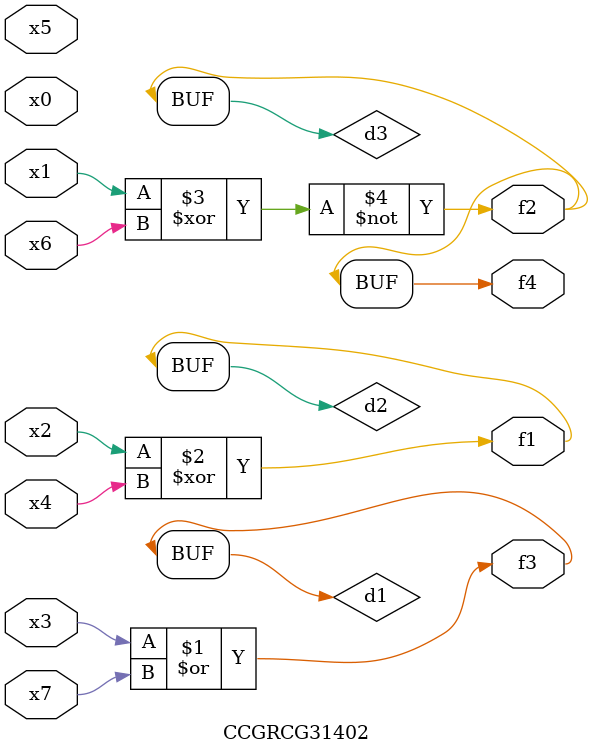
<source format=v>
module CCGRCG31402(
	input x0, x1, x2, x3, x4, x5, x6, x7,
	output f1, f2, f3, f4
);

	wire d1, d2, d3;

	or (d1, x3, x7);
	xor (d2, x2, x4);
	xnor (d3, x1, x6);
	assign f1 = d2;
	assign f2 = d3;
	assign f3 = d1;
	assign f4 = d3;
endmodule

</source>
